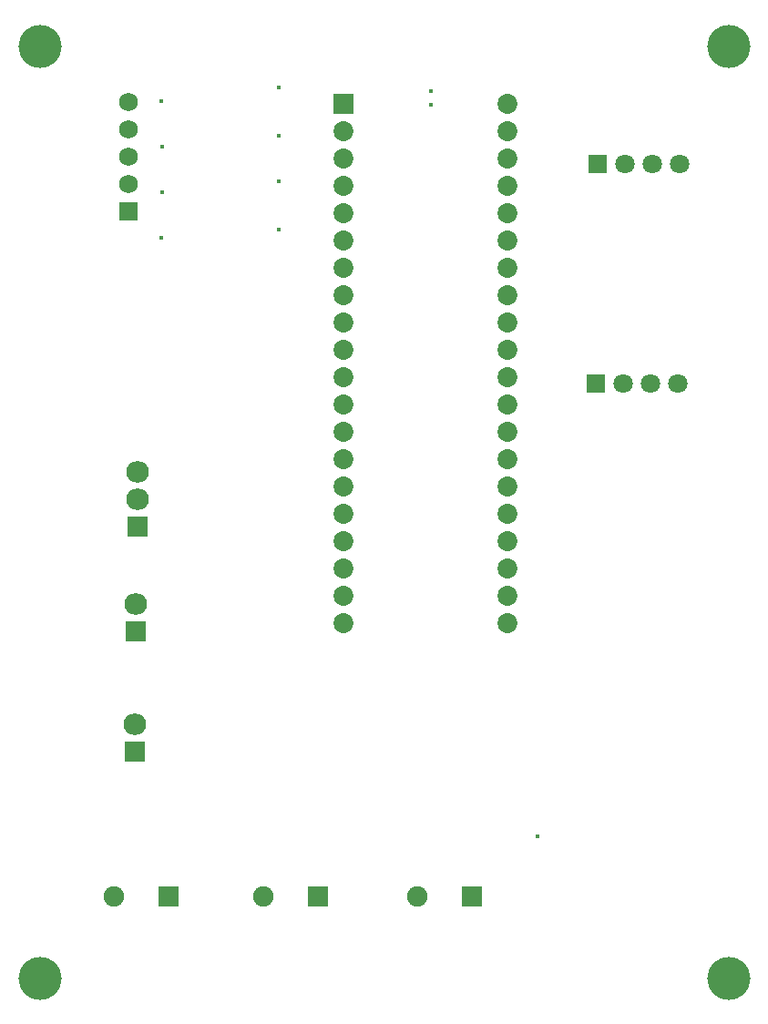
<source format=gbs>
G04 Layer_Color=16711935*
%FSTAX24Y24*%
%MOIN*%
G70*
G01*
G75*
%ADD73C,0.0710*%
%ADD74R,0.0710X0.0710*%
%ADD75C,0.0749*%
%ADD76R,0.0730X0.0730*%
%ADD77R,0.0730X0.0730*%
%ADD78C,0.0730*%
%ADD79O,0.0830X0.0780*%
%ADD80R,0.0780X0.0780*%
%ADD81C,0.0680*%
%ADD82R,0.0680X0.0680*%
%ADD83C,0.0039*%
%ADD84C,0.1575*%
%ADD85C,0.0171*%
D73*
X05005Y03745D02*
D03*
X04805D02*
D03*
X04905D02*
D03*
X0501Y0455D02*
D03*
X0481D02*
D03*
X0491D02*
D03*
D74*
X04705Y03745D02*
D03*
X0471Y0455D02*
D03*
D75*
X0294Y0187D02*
D03*
X0405D02*
D03*
X034875D02*
D03*
D76*
X0314D02*
D03*
X0425D02*
D03*
X036875D02*
D03*
D77*
X0378Y0477D02*
D03*
D78*
Y0467D02*
D03*
Y0457D02*
D03*
Y0447D02*
D03*
Y0437D02*
D03*
Y0427D02*
D03*
Y0417D02*
D03*
Y0407D02*
D03*
Y0397D02*
D03*
Y0387D02*
D03*
Y0377D02*
D03*
Y0367D02*
D03*
Y0357D02*
D03*
Y0347D02*
D03*
Y0337D02*
D03*
Y0327D02*
D03*
Y0317D02*
D03*
Y0307D02*
D03*
Y0297D02*
D03*
Y0287D02*
D03*
X0438D02*
D03*
Y0297D02*
D03*
Y0307D02*
D03*
Y0317D02*
D03*
Y0327D02*
D03*
Y0337D02*
D03*
Y0347D02*
D03*
Y0357D02*
D03*
Y0367D02*
D03*
Y0377D02*
D03*
Y0387D02*
D03*
Y0397D02*
D03*
Y0407D02*
D03*
Y0417D02*
D03*
Y0427D02*
D03*
Y0437D02*
D03*
Y0447D02*
D03*
Y0457D02*
D03*
Y0467D02*
D03*
Y0477D02*
D03*
D79*
X03027Y03321D02*
D03*
Y03421D02*
D03*
X0302Y029401D02*
D03*
X03017Y025D02*
D03*
D80*
X03027Y03221D02*
D03*
X0302Y028401D02*
D03*
X03017Y024D02*
D03*
D81*
X02995Y04775D02*
D03*
Y04675D02*
D03*
Y04575D02*
D03*
Y04475D02*
D03*
D82*
Y04375D02*
D03*
D83*
X0445Y0275D02*
D03*
X043D02*
D03*
X0415D02*
D03*
X04D02*
D03*
X0385D02*
D03*
X0505Y0245D02*
D03*
Y026D02*
D03*
Y0275D02*
D03*
Y029D02*
D03*
Y0305D02*
D03*
Y032D02*
D03*
Y0335D02*
D03*
Y035D02*
D03*
X0291Y0295D02*
D03*
Y029D02*
D03*
Y0285D02*
D03*
Y028D02*
D03*
Y0275D02*
D03*
Y027D02*
D03*
X039Y0294D02*
D03*
X0291Y0215D02*
D03*
Y022D02*
D03*
Y0225D02*
D03*
Y023D02*
D03*
Y0235D02*
D03*
Y024D02*
D03*
Y0245D02*
D03*
Y025D02*
D03*
X0494Y0434D02*
D03*
X05D02*
D03*
X0402Y046D02*
D03*
X042D02*
D03*
X043Y0489D02*
D03*
X0435D02*
D03*
X044D02*
D03*
X0445D02*
D03*
X045D02*
D03*
X0455D02*
D03*
X0507Y0475D02*
D03*
X0495Y0489D02*
D03*
X049D02*
D03*
X0485D02*
D03*
X048D02*
D03*
X0475D02*
D03*
X047D02*
D03*
X0465D02*
D03*
X046D02*
D03*
X0505Y0415D02*
D03*
Y042D02*
D03*
Y0425D02*
D03*
Y043D02*
D03*
Y0205D02*
D03*
X0495D02*
D03*
X0485D02*
D03*
X0475D02*
D03*
X0465D02*
D03*
X0505Y023D02*
D03*
X0495D02*
D03*
X0485D02*
D03*
X0475D02*
D03*
X0465D02*
D03*
X0315Y022D02*
D03*
X031Y0215D02*
D03*
X0305Y021D02*
D03*
X03Y0205D02*
D03*
X0355Y0222D02*
D03*
X0345D02*
D03*
X0335D02*
D03*
X0325D02*
D03*
X045Y0295D02*
D03*
X042D02*
D03*
X045Y0315D02*
D03*
X042D02*
D03*
X037Y032D02*
D03*
Y0335D02*
D03*
X045Y048D02*
D03*
Y0385D02*
D03*
Y041D02*
D03*
Y0435D02*
D03*
X034Y0395D02*
D03*
X033D02*
D03*
X034Y0375D02*
D03*
X033D02*
D03*
X0315D02*
D03*
X0305D02*
D03*
X0295D02*
D03*
X037Y0225D02*
D03*
Y0235D02*
D03*
Y0245D02*
D03*
Y0255D02*
D03*
Y0265D02*
D03*
X0323Y03125D02*
D03*
X0309Y031D02*
D03*
X0279D02*
D03*
Y033D02*
D03*
Y0335D02*
D03*
Y03475D02*
D03*
Y0378D02*
D03*
Y039D02*
D03*
Y0403D02*
D03*
X0507Y0398D02*
D03*
X0487Y0393D02*
D03*
X0402Y0488D02*
D03*
X0397D02*
D03*
X0392D02*
D03*
X0387D02*
D03*
X0382D02*
D03*
X0377D02*
D03*
X0372D02*
D03*
X0367D02*
D03*
X0362D02*
D03*
X0302Y0425D02*
D03*
X0297D02*
D03*
X0292D02*
D03*
X0287D02*
D03*
X0282D02*
D03*
X0277D02*
D03*
X0337Y0434D02*
D03*
Y0451D02*
D03*
Y0469D02*
D03*
Y0485D02*
D03*
X0402Y0335D02*
D03*
Y036D02*
D03*
Y0385D02*
D03*
Y041D02*
D03*
Y0435D02*
D03*
X042Y0335D02*
D03*
Y036D02*
D03*
Y0385D02*
D03*
Y041D02*
D03*
Y0435D02*
D03*
X041Y0215D02*
D03*
X0415D02*
D03*
X042D02*
D03*
X0425D02*
D03*
Y022D02*
D03*
X042D02*
D03*
X0415D02*
D03*
Y0225D02*
D03*
X042D02*
D03*
X0425D02*
D03*
Y023D02*
D03*
X042D02*
D03*
X0415D02*
D03*
Y0235D02*
D03*
X042D02*
D03*
X0425D02*
D03*
Y024D02*
D03*
X042D02*
D03*
X0415D02*
D03*
X0495Y0505D02*
D03*
X05D02*
D03*
X049D02*
D03*
X0485D02*
D03*
X048D02*
D03*
X0475D02*
D03*
X047D02*
D03*
X0465D02*
D03*
X046D02*
D03*
X0455D02*
D03*
X045D02*
D03*
X0445D02*
D03*
X044D02*
D03*
X0435D02*
D03*
X043D02*
D03*
X0425D02*
D03*
X042D02*
D03*
X0415D02*
D03*
X041D02*
D03*
X0405D02*
D03*
X04D02*
D03*
X0395D02*
D03*
X039D02*
D03*
X0385D02*
D03*
X038D02*
D03*
X0375D02*
D03*
X037D02*
D03*
X0365D02*
D03*
X036D02*
D03*
X0355D02*
D03*
X035D02*
D03*
X0345D02*
D03*
X034D02*
D03*
X0335D02*
D03*
X033D02*
D03*
X0325D02*
D03*
X032D02*
D03*
X0315D02*
D03*
X031D02*
D03*
X0305D02*
D03*
X03D02*
D03*
X0295D02*
D03*
X029D02*
D03*
X0285D02*
D03*
X028D02*
D03*
X05Y0151D02*
D03*
X0495D02*
D03*
X049D02*
D03*
X0485D02*
D03*
X048D02*
D03*
X0475D02*
D03*
X047D02*
D03*
X0465D02*
D03*
X046D02*
D03*
X0455D02*
D03*
X045D02*
D03*
X0445D02*
D03*
X044D02*
D03*
X0435D02*
D03*
X043D02*
D03*
X0425D02*
D03*
X042D02*
D03*
X0415D02*
D03*
X041D02*
D03*
X0405D02*
D03*
X04D02*
D03*
X0395D02*
D03*
X039D02*
D03*
X0385D02*
D03*
X038D02*
D03*
X0375D02*
D03*
X037D02*
D03*
X0365D02*
D03*
X036D02*
D03*
X0355D02*
D03*
X035D02*
D03*
X0345D02*
D03*
X034D02*
D03*
X0335D02*
D03*
X033D02*
D03*
X0325D02*
D03*
X032D02*
D03*
X0315D02*
D03*
X031D02*
D03*
X0305D02*
D03*
X03D02*
D03*
X0295D02*
D03*
X029D02*
D03*
X0285D02*
D03*
X0525Y0175D02*
D03*
Y018D02*
D03*
Y0185D02*
D03*
Y019D02*
D03*
Y0195D02*
D03*
Y02D02*
D03*
Y0205D02*
D03*
Y021D02*
D03*
Y0215D02*
D03*
Y022D02*
D03*
Y023D02*
D03*
Y0225D02*
D03*
Y0235D02*
D03*
Y024D02*
D03*
Y0245D02*
D03*
Y025D02*
D03*
Y0255D02*
D03*
Y026D02*
D03*
Y0265D02*
D03*
Y027D02*
D03*
Y0275D02*
D03*
Y028D02*
D03*
Y0285D02*
D03*
Y029D02*
D03*
Y0295D02*
D03*
Y03D02*
D03*
Y0305D02*
D03*
Y031D02*
D03*
Y0315D02*
D03*
Y032D02*
D03*
Y0325D02*
D03*
Y033D02*
D03*
Y0335D02*
D03*
Y034D02*
D03*
Y0345D02*
D03*
Y035D02*
D03*
Y0355D02*
D03*
Y036D02*
D03*
Y0365D02*
D03*
Y037D02*
D03*
Y0375D02*
D03*
Y038D02*
D03*
Y0385D02*
D03*
Y039D02*
D03*
Y0395D02*
D03*
Y04D02*
D03*
Y0405D02*
D03*
Y041D02*
D03*
Y0415D02*
D03*
Y042D02*
D03*
Y0425D02*
D03*
Y043D02*
D03*
Y0435D02*
D03*
Y044D02*
D03*
Y0445D02*
D03*
Y045D02*
D03*
Y0455D02*
D03*
Y046D02*
D03*
Y0465D02*
D03*
Y047D02*
D03*
Y0475D02*
D03*
Y048D02*
D03*
X026Y0175D02*
D03*
Y018D02*
D03*
Y0185D02*
D03*
Y019D02*
D03*
Y0195D02*
D03*
Y02D02*
D03*
Y0205D02*
D03*
Y021D02*
D03*
Y0215D02*
D03*
Y022D02*
D03*
Y0225D02*
D03*
Y023D02*
D03*
Y0235D02*
D03*
Y024D02*
D03*
Y0245D02*
D03*
Y025D02*
D03*
Y0255D02*
D03*
Y026D02*
D03*
Y0265D02*
D03*
Y027D02*
D03*
Y0275D02*
D03*
Y028D02*
D03*
Y0285D02*
D03*
Y029D02*
D03*
Y0295D02*
D03*
Y03D02*
D03*
Y0305D02*
D03*
Y031D02*
D03*
Y0315D02*
D03*
Y032D02*
D03*
Y0325D02*
D03*
Y033D02*
D03*
Y0335D02*
D03*
Y034D02*
D03*
Y0345D02*
D03*
Y035D02*
D03*
Y0355D02*
D03*
Y036D02*
D03*
Y0365D02*
D03*
Y037D02*
D03*
Y0375D02*
D03*
Y038D02*
D03*
Y0385D02*
D03*
Y039D02*
D03*
Y0395D02*
D03*
Y04D02*
D03*
Y0405D02*
D03*
Y041D02*
D03*
Y0415D02*
D03*
Y042D02*
D03*
Y0425D02*
D03*
Y043D02*
D03*
Y0435D02*
D03*
Y044D02*
D03*
Y0445D02*
D03*
Y0455D02*
D03*
Y045D02*
D03*
Y046D02*
D03*
Y0465D02*
D03*
Y047D02*
D03*
Y0475D02*
D03*
Y048D02*
D03*
Y0485D02*
D03*
X0381Y0248D02*
D03*
X04081Y02357D02*
D03*
D84*
X0519Y0157D02*
D03*
X0267D02*
D03*
X0519Y0498D02*
D03*
X0267D02*
D03*
D85*
X03115Y0478D02*
D03*
X031167Y046133D02*
D03*
X031167Y044467D02*
D03*
X03115Y0428D02*
D03*
X041Y04765D02*
D03*
Y04815D02*
D03*
X03545Y04485D02*
D03*
Y0483D02*
D03*
X035437Y046537D02*
D03*
X03545Y0431D02*
D03*
X0449Y0209D02*
D03*
M02*

</source>
